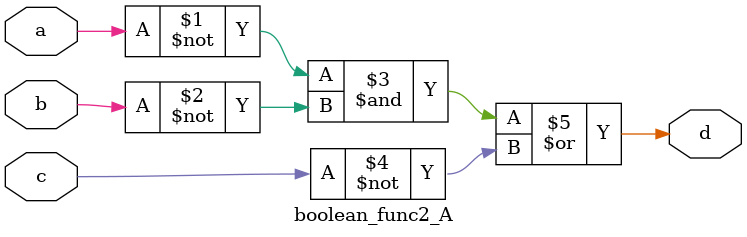
<source format=v>
`timescale 1ns / 1ps

module boolean_func2_A(a, b, c, d);
    input a, b, c;
    output d;

    assign d = ((~a)&(~b))|(~c);
endmodule

</source>
